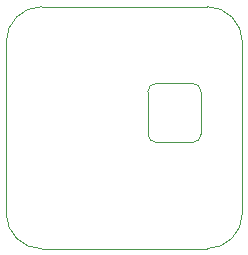
<source format=gbr>
%TF.GenerationSoftware,KiCad,Pcbnew,8.0.8-8.0.8-0~ubuntu24.04.1*%
%TF.CreationDate,2025-03-23T23:28:59+00:00*%
%TF.ProjectId,CONTROLLER_esp32xiao,434f4e54-524f-44c4-9c45-525f65737033,rev?*%
%TF.SameCoordinates,Original*%
%TF.FileFunction,Profile,NP*%
%FSLAX46Y46*%
G04 Gerber Fmt 4.6, Leading zero omitted, Abs format (unit mm)*
G04 Created by KiCad (PCBNEW 8.0.8-8.0.8-0~ubuntu24.04.1) date 2025-03-23 23:28:59*
%MOMM*%
%LPD*%
G01*
G04 APERTURE LIST*
%TA.AperFunction,Profile*%
%ADD10C,0.038100*%
%TD*%
G04 APERTURE END LIST*
D10*
X58500000Y-81200000D02*
G75*
G02*
X59200000Y-80500000I700000J0D01*
G01*
X62300000Y-80500000D02*
G75*
G02*
X63000000Y-81200000I0J-700000D01*
G01*
X63000000Y-84800000D02*
G75*
G02*
X62300000Y-85500000I-700000J0D01*
G01*
X59200000Y-85500000D02*
G75*
G02*
X58500000Y-84800000I0J700000D01*
G01*
X59200000Y-85500000D02*
X62300000Y-85500000D01*
X58500000Y-81200000D02*
X58500000Y-84800000D01*
X62300000Y-80500000D02*
X59200000Y-80500000D01*
X63000000Y-84800000D02*
X63000000Y-81200000D01*
X46500000Y-77000000D02*
G75*
G02*
X49500000Y-74000000I2999967J33D01*
G01*
X66500000Y-91500000D02*
G75*
G02*
X63500000Y-94500000I-2999962J-38D01*
G01*
X63500000Y-94500000D02*
X49500000Y-94500000D01*
X49500000Y-94500000D02*
G75*
G02*
X46500000Y-91500000I85J3000085D01*
G01*
X63500000Y-74000000D02*
X49500000Y-74000000D01*
X63500000Y-74000000D02*
G75*
G02*
X66500000Y-77000000I-85J-3000085D01*
G01*
X46500000Y-77000000D02*
X46500000Y-91500000D01*
X66500000Y-91500000D02*
X66500000Y-77000000D01*
M02*

</source>
